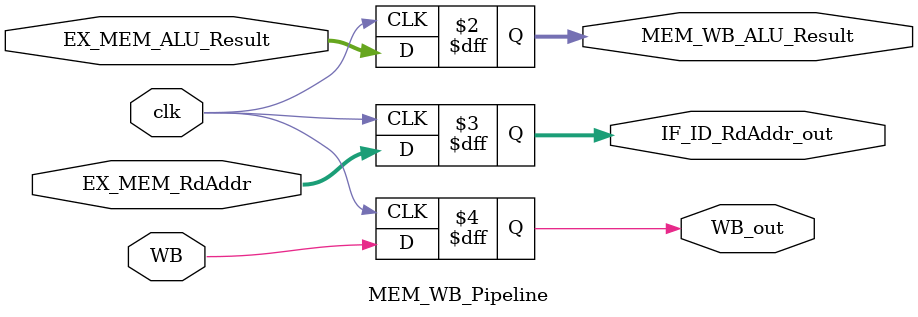
<source format=v>
module MEM_WB_Pipeline(
    //output
    output reg[31:0] MEM_WB_ALU_Result,
    output reg[4:0] IF_ID_RdAddr_out,
    output reg WB_out,
    //input
    input [31:0] EX_MEM_ALU_Result,
    input [4:0] EX_MEM_RdAddr,
    input WB,
    input clk
);
always@(posedge clk)begin
    MEM_WB_ALU_Result <= EX_MEM_ALU_Result;
    IF_ID_RdAddr_out <= EX_MEM_RdAddr;
    WB_out <= WB;
end
endmodule
</source>
